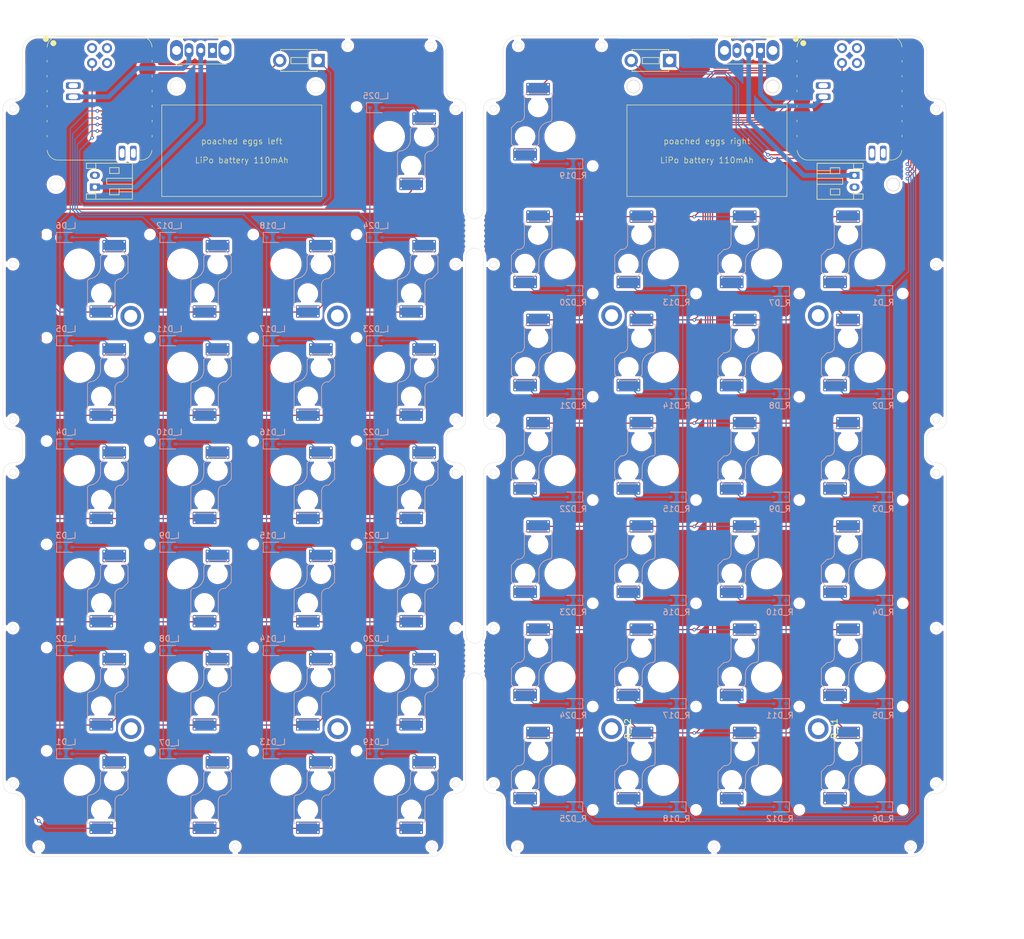
<source format=kicad_pcb>
(kicad_pcb (version 20240108) (generator "pcbnew") (generator_version "8.0")
  (title_block (title "poached_eggs_panelised") (date "2024-09-01"))
  (layers (0 "F.Cu" signal) (31 "B.Cu" signal) (34 "B.Paste" user) (35 "F.Paste" user) (36 "B.SilkS" user "B.Silkscreen") (37 "F.SilkS" user "F.Silkscreen") (38 "B.Mask" user) (39 "F.Mask" user) (44 "Edge.Cuts" user))
  (net 0 "")
  (footprint "SeeedStudio_XIAO_nRF52840_v1.1_KiCAD:XIAO-nRF52840-SMD_via" (layer "F.Cu") (at 35.2204 35.672)
    (property "Reference" "L_U1" (hide yes))
    (property "Value" "XIAO-nRF52840-SMD")
  )
  (footprint "MountingHole:MountingHole_2.2mm_M2_ISO7380_Pad" (layer "F.Cu") (at 121.9 72.45 -90)
    (property "Reference" "R_J4" (hide yes))
    (property "Value" "Conn_01x01")
  )
  (footprint "Button_Switch_THT:SW_Slide_SPDT_Angled_CK_OS102011MA1Q" (layer "F.Cu") (at 54.3 27.5 180)
    (property "Reference" "L_SW_LiPo1" (hide yes))
    (property "Value" "SW_SPDT")
  )
  (footprint "MountingHole:MountingHole_2.2mm_M2_ISO7380_Pad" (layer "F.Cu") (at 75.45 72.5 90)
    (property "Reference" "L_J4" (hide yes))
    (property "Value" "Conn_01x01")
  )
  (footprint "Button_Switch_THT:SW_PUSH_1P1T_6x3.5mm_H4.3_APEM_MJTP1243_3d" (layer "F.Cu") (at 131.72 29.2 180)
    (property "Reference" "R_SW_Reset1" (hide yes))
    (property "Value" "SW_PUSH")
  )
  (footprint "Connectors_JST:JST_PH_S2B-PH-K_02x2.00mm_Angled_3d_wegg" (layer "F.Cu") (at 34.3748 50.66 90)
    (property "Reference" "L_J_LiPo1" (hide yes))
    (property "Value" "Conn_01x02")
  )
  (footprint "MountingHole:MountingHole_2.2mm_M2_ISO7380_Pad" (layer "F.Cu") (at 40.5 142.45 90)
    (property "Reference" "L_J5" (hide yes))
    (property "Value" "Conn_01x01")
  )
  (footprint "MountingHole:MountingHole_2.2mm_M2_ISO7380_Pad" (layer "F.Cu") (at 40.45 72.55 90)
    (property "Reference" "L_J3" (hide yes))
    (property "Value" "Conn_01x01")
  )
  (footprint "MountingHole:MountingHole_2.2mm_M2_ISO7380_Pad" (layer "F.Cu") (at 156.9 72.45 -90)
    (property "Reference" "R_J3" (hide yes))
    (property "Value" "Conn_01x01")
  )
  (footprint "SeeedStudio_XIAO_nRF52840_v1.1_KiCAD:XIAO-nRF52840-SMD_via" (layer "F.Cu") (at 162.25 35.67)
    (property "Reference" "R_U1" (hide yes))
    (property "Value" "XIAO-nRF52840-SMD" (hide yes))
  )
  (footprint "MountingHole:MountingHole_2.2mm_M2_ISO7380_Pad" (layer "F.Cu") (at 121.9 142.45 -90)
    (property "Reference" "R_J2")
    (property "Value" "Conn_01x01")
  )
  (footprint "walking_egg:mouse_bite" (layer "F.Cu") (at 98.7 130.5 -90)
    (property "Reference" "REF**" (hide yes))
    (property "Value" "mouse_bite" (hide yes))
  )
  (footprint "Button_Switch_THT:SW_PUSH_1P1T_6x3.5mm_H4.3_APEM_MJTP1243_3d" (layer "F.Cu") (at 72.18 29.2 180)
    (property "Reference" "L_SW_Reset1" (hide yes))
    (property "Value" "SW_PUSH")
  )
  (footprint "Connectors_JST:JST_PH_S2B-PH-K_02x2.00mm_Angled_3d_wegg" (layer "F.Cu") (at 163.0506 48.675 -90)
    (property "Reference" "R_J_LiPo1" (hide yes))
    (property "Value" "Conn_01x02" (hide yes))
  )
  (footprint "walking_egg:mouse_bite" (layer "F.Cu") (at 98.7 58.5 -90)
    (property "Reference" "REF**" (hide yes))
    (property "Value" "mouse_bite" (hide yes))
  )
  (footprint "MountingHole:MountingHole_2.2mm_M2_ISO7380_Pad" (layer "F.Cu") (at 75.5 142.45 90)
    (property "Reference" "L_J6" (hide yes))
    (property "Value" "Conn_01x01")
  )
  (footprint "Button_Switch_THT:SW_Slide_SPDT_Angled_CK_OS102011MA1Q" (layer "F.Cu") (at 147.125 27.5 180)
    (property "Reference" "R_SW_LiPo1" (hide yes))
    (property "Value" "SW_SPDT")
  )
  (footprint "MountingHole:MountingHole_2.2mm_M2_ISO7380_Pad" (layer "F.Cu") (at 156.9 142.45 -90)
    (property "Reference" "R_J1")
    (property "Value" "Conn_01x01")
  )
  (footprint "kbd_SW:Choc_v2_Hotswap_1u_17.5mm" (layer "B.Cu") (at 148.15 151.2 90)
    (property "Reference" "R_SW12" (hide yes))
    (property "Value" "SW_PUSH" (hide yes))
  )
  (footprint "kbd_SW:Choc_v2_Hotswap_1u_17.5mm" (layer "B.Cu") (at 31.75 116.2 -90)
    (property "Reference" "L_SW3" (hide yes))
    (property "Value" "SW_PUSH" (hide yes))
  )
  (footprint "kbd_SW:Choc_v2_Hotswap_1u_17.5mm" (layer "B.Cu") (at 49.25 151.2 -90)
    (property "Reference" "L_SW7" (hide yes))
    (property "Value" "SW_PUSH" (hide yes))
  )
  (footprint "kbd_SW:Choc_v2_Hotswap_1u_17.5mm" (layer "B.Cu") (at 66.75 151.2 -90)
    (property "Reference" "L_SW13" (hide yes))
    (property "Value" "SW_PUSH" (hide yes))
  )
  (footprint "Diode_SMD:D_SOD-323" (layer "B.Cu") (at 132.9 103.2 180)
    (property "Reference" "R_D15")
    (property "Value" "D")
  )
  (footprint "Diode_SMD:D_SOD-323" (layer "B.Cu") (at 132.9 155.7 180)
    (property "Reference" "R_D18")
    (property "Value" "D")
  )
  (footprint "Diode_SMD:D_SOD-323" (layer "B.Cu") (at 115.4 155.7 180)
    (property "Reference" "R_D25")
    (property "Value" "D")
  )
  (footprint "kbd_SW:Choc_v2_Hotswap_1u_17.5mm" (layer "B.Cu") (at 165.65 98.7 90)
    (property "Reference" "R_SW3" (hide yes))
    (property "Value" "SW_PUSH" (hide yes))
  )
  (footprint "Diode_SMD:D_SOD-323" (layer "B.Cu") (at 82 129.2)
    (property "Reference" "L_D20")
    (property "Value" "D")
  )
  (footprint "Diode_SMD:D_SOD-323" (layer "B.Cu") (at 115.4 103.2 180)
    (property "Reference" "R_D22")
    (property "Value" "D")
  )
  (footprint "kbd_SW:Choc_v2_Hotswap_1u_17.5mm" (layer "B.Cu") (at 113.15 98.7 90)
    (property "Reference" "R_SW22" (hide yes))
    (property "Value" "SW_PUSH" (hide yes))
  )
  (footprint "kbd_SW:Choc_v2_Hotswap_1u_17.5mm" (layer "B.Cu") (at 130.65 116.2 90)
    (property "Reference" "R_SW16" (hide yes))
    (property "Value" "SW_PUSH" (hide yes))
  )
  (footprint "kbd_SW:Choc_v2_Hotswap_1u_17.5mm" (layer "B.Cu") (at 113.15 42.08 90)
    (property "Reference" "R_SW19" (hide yes))
    (property "Value" "SW_PUSH" (hide yes))
  )
  (footprint "Diode_SMD:D_SOD-323" (layer "B.Cu") (at 115.4 68.2 180)
    (property "Reference" "R_D20")
    (property "Value" "D")
  )
  (footprint "Diode_SMD:D_SOD-323" (layer "B.Cu") (at 64.5 76.7)
    (property "Reference" "L_D17")
    (property "Value" "D")
  )
  (footprint "kbd_SW:Choc_v2_Hotswap_1u_17.5mm" (layer "B.Cu") (at 84.25 133.7 -90)
    (property "Reference" "L_SW20" (hide yes))
    (property "Value" "SW_PUSH" (hide yes))
  )
  (footprint "Diode_SMD:D_SOD-323" (layer "B.Cu") (at 82 76.7)
    (property "Reference" "L_D23")
    (property "Value" "D")
  )
  (footprint "Diode_SMD:D_SOD-323" (layer "B.Cu") (at 167.9 155.7 180)
    (property "Reference" "R_D6")
    (property "Value" "D")
  )
  (footprint "Diode_SMD:D_SOD-323" (layer "B.Cu") (at 150.4 155.7 180)
    (property "Reference" "R_D12")
    (property "Value" "D")
  )
  (footprint "kbd_SW:Choc_v2_Hotswap_1u_17.5mm" (layer "B.Cu") (at 113.15 63.7 90)
    (property "Reference" "R_SW20" (hide yes))
    (property "Value" "SW_PUSH" (hide yes))
  )
  (footprint "kbd_SW:Choc_v2_Hotswap_1u_17.5mm" (layer "B.Cu") (at 130.65 151.2 90)
    (property "Reference" "R_SW18" (hide yes))
    (property "Value" "SW_PUSH" (hide yes))
  )
  (footprint "Diode_SMD:D_SOD-323" (layer "B.Cu") (at 64.5 111.7)
    (property "Reference" "L_D15")
    (property "Value" "D")
  )
  (footprint "kbd_SW:Choc_v2_Hotswap_1u_17.5mm" (layer "B.Cu") (at 113.15 81.2 90)
    (property "Reference" "R_SW21" (hide yes))
    (property "Value" "SW_PUSH" (hide yes))
  )
  (footprint "Diode_SMD:D_SOD-323" (layer "B.Cu") (at 82 59.2)
    (property "Reference" "L_D24")
    (property "Value" "D")
  )
  (footprint "kbd_SW:Choc_v2_Hotswap_1u_17.5mm" (layer "B.Cu") (at 66.75 116.2 -90)
    (property "Reference" "L_SW15" (hide yes))
    (property "Value" "SW_PUSH" (hide yes))
  )
  (footprint "kbd_SW:Choc_v2_Hotswap_1u_17.5mm" (layer "B.Cu") (at 84.25 151.2 -90)
    (property "Reference" "L_SW19" (hide yes))
    (property "Value" "SW_PUSH" (hide yes))
  )
  (footprint "Diode_SMD:D_SOD-323" (layer "B.Cu") (at 115.4 46.7 180)
    (property "Reference" "R_D19")
    (property "Value" "D")
  )
  (footprint "Diode_SMD:D_SOD-323" (layer "B.Cu") (at 167.9 85.7 180)
    (property "Reference" "R_D2")
    (property "Value" "D")
  )
  (footprint "kbd_SW:Choc_v2_Hotswap_1u_17.5mm" (layer "B.Cu") (at 31.75 151.2 -90)
    (property "Reference" "L_SW1" (hide yes))
    (property "Value" "SW_PUSH" (hide yes))
  )
  (footprint "Diode_SMD:D_SOD-323" (layer "B.Cu") (at 167.9 103.2 180)
    (property "Reference" "R_D3")
    (property "Value" "D")
  )
  (footprint "kbd_SW:Choc_v2_Hotswap_1u_17.5mm" (layer "B.Cu") (at 148.15 116.2 90)
    (property "Reference" "R_SW10" (hide yes))
    (property "Value" "SW_PUSH" (hide yes))
  )
  (footprint "Diode_SMD:D_SOD-323" (layer "B.Cu") (at 150.4 103.2 180)
    (property "Reference" "R_D9")
    (property "Value" "D")
  )
  (footprint "Diode_SMD:D_SOD-323" (layer "B.Cu") (at 82 146.7)
    (property "Reference" "L_D19")
    (property "Value" "D")
  )
  (footprint "Diode_SMD:D_SOD-323" (layer "B.Cu") (at 150.4 138.2 180)
    (property "Reference" "R_D11")
    (property "Value" "D")
  )
  (footprint "kbd_SW:Choc_v2_Hotswap_1u_17.5mm" (layer "B.Cu") (at 130.65 63.7 90)
    (property "Reference" "R_SW13" (hide yes))
    (property "Value" "SW_PUSH" (hide yes))
  )
  (footprint "Diode_SMD:D_SOD-323" (layer "B.Cu") (at 82 37.2)
    (property "Reference" "L_D25")
    (property "Value" "D")
  )
  (footprint "kbd_SW:Choc_v2_Hotswap_1u_17.5mm" (layer "B.Cu") (at 165.65 63.7 90)
    (property "Reference" "R_SW1" (hide yes))
    (property "Value" "SW_PUSH" (hide yes))
  )
  (footprint "Diode_SMD:D_SOD-323" (layer "B.Cu") (at 47 146.7)
    (property "Reference" "L_D7")
    (property "Value" "D")
  )
  (footprint "Diode_SMD:D_SOD-323" (layer "B.Cu") (at 64.5 146.7)
    (property "Reference" "L_D13")
    (property "Value" "D")
  )
  (footprint "Diode_SMD:D_SOD-323" (layer "B.Cu") (at 47 94.2)
    (property "Reference" "L_D10")
    (property "Value" "D")
  )
  (footprint "Diode_SMD:D_SOD-323" (layer "B.Cu") (at 29.5 111.7)
    (property "Reference" "L_D3")
    (property "Value" "D")
  )
  (footprint "kbd_SW:Choc_v2_Hotswap_1u_17.5mm" (layer "B.Cu") (at 130.65 81.2 90)
    (property "Reference" "R_SW14" (hide yes))
    (property "Value" "SW_PUSH" (hide yes))
  )
  (footprint "Diode_SMD:D_SOD-323" (layer "B.Cu") (at 82 94.2)
    (property "Reference" "L_D22")
    (property "Value" "D")
  )
  (footprint "Diode_SMD:D_SOD-323" (layer "B.Cu") (at 132.9 68.2 180)
    (property "Reference" "R_D13")
    (property "Value" "D")
  )
  (footprint "kbd_SW:Choc_v2_Hotswap_1u_17.5mm" (layer "B.Cu") (at 148.15 63.7 90)
    (property "Reference" "R_SW7" (hide yes))
    (property "Value" "SW_PUSH" (hide yes))
  )
  (footprint "kbd_SW:Choc_v2_Hotswap_1u_17.5mm" (layer "B.Cu") (at 84.25 63.7 -90)
    (property "Reference" "L_SW24" (hide yes))
    (property "Value" "SW_PUSH" (hide yes))
  )
  (footprint "kbd_SW:Choc_v2_Hotswap_1u_17.5mm" (layer "B.Cu") (at 113.15 151.2 90)
    (property "Reference" "R_SW25" (hide yes))
    (property "Value" "SW_PUSH" (hide yes))
  )
  (footprint "Diode_SMD:D_SOD-323" (layer "B.Cu") (at 132.9 120.7 180)
    (property "Reference" "R_D16")
    (property "Value" "D")
  )
  (footprint "Diode_SMD:D_SOD-323" (layer "B.Cu") (at 150.4 85.7 180)
    (property "Reference" "R_D8")
    (property "Value" "D")
  )
  (footprint "kbd_SW:Choc_v2_Hotswap_1u_17.5mm" (layer "B.Cu") (at 49.25 81.2 -90)
    (property "Reference" "L_SW11" (hide yes))
    (property "Value" "SW_PUSH" (hide yes))
  )
  (footprint "kbd_SW:Choc_v2_Hotswap_1u_17.5mm" (layer "B.Cu") (at 148.15 98.7 90)
    (property "Reference" "R_SW9" (hide yes))
    (property "Value" "SW_PUSH" (hide yes))
  )
  (footprint "kbd_SW:Choc_v2_Hotswap_1u_17.5mm" (layer "B.Cu") (at 148.15 133.7 90)
    (property "Reference" "R_SW11" (hide yes))
    (property "Value" "SW_PUSH" (hide yes))
  )
  (footprint "Diode_SMD:D_SOD-323" (layer "B.Cu") (at 167.9 68.2 180)
    (property "Reference" "R_D1")
    (property "Value" "D")
  )
  (footprint "kbd_SW:Choc_v2_Hotswap_1u_17.5mm" (layer "B.Cu") (at 84.25 98.7 -90)
    (property "Reference" "L_SW22" (hide yes))
    (property "Value" "SW_PUSH" (hide yes))
  )
  (footprint "Diode_SMD:D_SOD-323" (layer "B.Cu") (at 132.9 138.2 180)
    (property "Reference" "R_D17")
    (property "Value" "D")
  )
  (footprint "Diode_SMD:D_SOD-323" (layer "B.Cu") (at 150.4 68.3 180)
    (property "Reference" "R_D7")
    (property "Value" "D")
  )
  (footprint "Diode_SMD:D_SOD-323" (layer "B.Cu") (at 29.5 146.7)
    (property "Reference" "L_D1")
    (property "Value" "D")
  )
  (footprint "Diode_SMD:D_SOD-323" (layer "B.Cu") (at 64.5 59.2)
    (property "Reference" "L_D18")
    (property "Value" "D")
  )
  (footprint "kbd_SW:Choc_v2_Hotswap_1u_17.5mm" (layer "B.Cu") (at 66.75 98.7 -90)
    (property "Reference" "L_SW16" (hide yes))
    (property "Value" "SW_PUSH" (hide yes))
  )
  (footprint "kbd_SW:Choc_v2_Hotswap_1u_17.5mm" (layer "B.Cu") (at 66.75 63.7 -90)
    (property "Reference" "L_SW18" (hide yes))
    (property "Value" "SW_PUSH" (hide yes))
  )
  (footprint "Diode_SMD:D_SOD-323" (layer "B.Cu") (at 29.5 129.2)
    (property "Reference" "L_D2")
    (property "Value" "D")
  )
  (footprint "Diode_SMD:D_SOD-323" (layer "B.Cu") (at 167.9 120.7 180)
    (property "Reference" "R_D4")
    (property "Value" "D")
  )
  (footprint "Diode_SMD:D_SOD-323" (layer "B.Cu") (at 64.5 94.2)
    (property "Reference" "L_D16")
    (property "Value" "D")
  )
  (footprint "Diode_SMD:D_SOD-323" (layer "B.Cu") (at 47 59.2)
    (property "Reference" "L_D12")
    (property "Value" "D")
  )
  (footprint "Diode_SMD:D_SOD-323" (layer "B.Cu") (at 29.5 59.2)
    (property "Reference" "L_D6")
    (property "Value" "D")
  )
  (footprint "kbd_SW:Choc_v2_Hotswap_1u_17.5mm" (layer "B.Cu") (at 130.65 98.7 90)
    (property "Reference" "R_SW15" (hide yes))
    (property "Value" "SW_PUSH" (hide yes))
  )
  (footprint "kbd_SW:Choc_v2_Hotswap_1u_17.5mm" (layer "B.Cu") (at 113.15 133.7 90)
    (property "Reference" "R_SW24" (hide yes))
    (property "Value" "SW_PUSH" (hide yes))
  )
  (footprint "kbd_SW:Choc_v2_Hotswap_1u_17.5mm" (layer "B.Cu") (at 84.25 81.2 -90)
    (property "Reference" "L_SW23" (hide yes))
    (property "Value" "SW_PUSH" (hide yes))
  )
  (footprint "kbd_SW:Choc_v2_Hotswap_1u_17.5mm" (layer "B.Cu") (at 84.25 116.2 -90)
    (property "Reference" "L_SW21" (hide yes))
    (property "Value" "SW_PUSH" (hide yes))
  )
  (footprint "kbd_SW:Choc_v2_Hotswap_1u_17.5mm" (layer "B.Cu") (at 84.25 42.08 -90)
    (property "Reference" "L_SW25" (hide yes))
    (property "Value" "SW_PUSH" (hide yes))
  )
  (footprint "kbd_SW:Choc_v2_Hotswap_1u_17.5mm" (layer "B.Cu") (at 165.65 133.7 90)
    (property "Reference" "R_SW5" (hide yes))
    (property "Value" "SW_PUSH" (hide yes))
  )
  (footprint "Diode_SMD:D_SOD-323" (layer "B.Cu") (at 47 76.7)
    (property "Reference" "L_D11")
    (property "Value" "D")
  )
  (footprint "kbd_SW:Choc_v2_Hotswap_1u_17.5mm" (layer "B.Cu") (at 165.65 81.2 90)
    (property "Reference" "R_SW2" (hide yes))
    (property "Value" "SW_PUSH" (hide yes))
  )
  (footprint "Diode_SMD:D_SOD-323" (layer "B.Cu") (at 150.4 120.7 180)
    (property "Reference" "R_D10")
    (property "Value" "D")
  )
  (footprint "kbd_SW:Choc_v2_Hotswap_1u_17.5mm" (layer "B.Cu") (at 165.65 116.2 90)
    (property "Reference" "R_SW4" (hide yes))
    (property "Value" "SW_PUSH" (hide yes))
  )
  (footprint "Diode_SMD:D_SOD-323" (layer "B.Cu") (at 115.4 138.2 180)
    (property "Reference" "R_D24")
    (property "Value" "D")
  )
  (footprint "Diode_SMD:D_SOD-323" (layer "B.Cu") (at 167.9 138.2 180)
    (property "Reference" "R_D5")
    (property "Value" "D")
  )
  (footprint "Diode_SMD:D_SOD-323" (layer "B.Cu") (at 115.4 85.7 180)
    (property "Reference" "R_D21")
    (property "Value" "D")
  )
  (footprint "kbd_SW:Choc_v2_Hotswap_1u_17.5mm" (layer "B.Cu") (at 49.25 63.7 -90)
    (property "Reference" "L_SW12" (hide yes))
    (property "Value" "SW_PUSH" (hide yes))
  )
  (footprint "kbd_SW:Choc_v2_Hotswap_1u_17.5mm" (layer "B.Cu") (at 130.65 133.7 90)
    (property "Reference" "R_SW17" (hide yes))
    (property "Value" "SW_PUSH" (hide yes))
  )
  (footprint "Diode_SMD:D_SOD-323" (layer "B.Cu") (at 47 129.2)
    (property "Reference" "L_D8")
    (property "Value" "D")
  )
  (footprint "Diode_SMD:D_SOD-323" (layer "B.Cu") (at 132.9 85.7 180)
    (property "Reference" "R_D14")
    (property "Value" "D")
  )
  (footprint "kbd_SW:Choc_v2_Hotswap_1u_17.5mm" (layer "B.Cu") (at 49.25 116.2 -90)
    (property "Reference" "L_SW9" (hide yes))
    (property "Value" "SW_PUSH" (hide yes))
  )
  (footprint "kbd_SW:Choc_v2_Hotswap_1u_17.5mm" (layer "B.Cu") (at 66.75 133.7 -90)
    (property "Reference" "L_SW14" (hide yes))
    (property "Value" "SW_PUSH" (hide yes))
  )
  (footprint "kbd_SW:Choc_v2_Hotswap_1u_17.5mm" (layer "B.Cu") (at 165.65 151.2 90)
    (property "Reference" "R_SW6" (hide yes))
    (property "Value" "SW_PUSH" (hide yes))
  )
  (footprint "kbd_SW:Choc_v2_Hotswap_1u_17.5mm" (layer "B.Cu") (at 49.25 98.7 -90)
    (property "Reference" "L_SW10" (hide yes))
    (property "Value" "SW_PUSH" (hide yes))
  )
  (footprint "Diode_SMD:D_SOD-323" (layer "B.Cu") (at 115.4 120.7 180)
    (property "Reference" "R_D23")
    (property "Value" "D")
  )
  (footprint "kbd_SW:Choc_v2_Hotswap_1u_17.5mm" (layer "B.Cu") (at 31.75 81.2 -90)
    (property "Reference" "L_SW5" (hide yes))
    (property "Value" "SW_PUSH" (hide yes))
  )
  (footprint "Diode_SMD:D_SOD-323" (layer "B.Cu") (at 47 111.7)
    (property "Reference" "L_D9")
    (property "Value" "D")
  )
  (footprint "kbd_SW:Choc_v2_Hotswap_1u_17.5mm" (layer "B.Cu") (at 148.15 81.2 90)
    (property "Reference" "R_SW8" (hide yes))
    (property "Value" "SW_PUSH" (hide yes))
  )
  (footprint "Diode_SMD:D_SOD-323" (layer "B.Cu") (at 29.5 94.2)
    (property "Reference" "L_D4")
    (property "Value" "D")
  )
  (footprint "kbd_SW:Choc_v2_Hotswap_1u_17.5mm" (layer "B.Cu") (at 49.25 133.7 -90)
    (property "Reference" "L_SW8" (hide yes))
    (property "Value" "SW_PUSH" (hide yes))
  )
  (footprint "kbd_SW:Choc_v2_Hotswap_1u_17.5mm" (layer "B.Cu") (at 31.75 98.7 -90)
    (property "Reference" "L_SW4" (hide yes))
    (property "Value" "SW_PUSH" (hide yes))
  )
  (footprint "kbd_SW:Choc_v2_Hotswap_1u_17.5mm" (layer "B.Cu") (at 66.75 81.2 -90)
    (property "Reference" "L_SW17" (hide yes))
    (property "Value" "SW_PUSH" (hide yes))
  )
  (footprint "kbd_SW:Choc_v2_Hotswap_1u_17.5mm" (layer "B.Cu") (at 113.15 116.2 90)
    (property "Reference" "R_SW23" (hide yes))
    (property "Value" "SW_PUSH" (hide yes))
  )
  (footprint "kbd_SW:Choc_v2_Hotswap_1u_17.5mm" (layer "B.Cu") (at 31.75 63.7 -90)
    (property "Reference" "L_SW6" (hide yes))
    (property "Value" "SW_PUSH" (hide yes))
  )
  (footprint "Diode_SMD:D_SOD-323" (layer "B.Cu") (at 82 111.7)
    (property "Reference" "L_D21")
    (property "Value" "D")
  )
  (footprint "kbd_SW:Choc_v2_Hotswap_1u_17.5mm" (layer "B.Cu") (at 31.75 133.7 -90)
    (property "Reference" "L_SW2" (hide yes))
    (property "Value" "SW_PUSH" (hide yes))
  )
  (footprint "Diode_SMD:D_SOD-323" (layer "B.Cu") (at 64.5 129.2)
    (property "Reference" "L_D14")
    (property "Value" "D")
  )
  (footprint "Diode_SMD:D_SOD-323" (layer "B.Cu") (at 29.5 76.7)
    (property "Reference" "L_D5")
    (property "Value" "D")
  )
  (gr_line (start 72.8 52.25) (end 45.7 52.25) (stroke (width 0.1)) (layer "F.SilkS"))
  (gr_line (start 124.4996 36.7442) (end 151.5996 36.7442) (stroke (width 0.1)) (layer "F.SilkS"))
  (gr_line (start 124.4996 52.2442) (end 124.4996 36.7442) (stroke (width 0.1)) (layer "F.SilkS"))
  (gr_line (start 45.7 52.25) (end 45.7 36.75) (stroke (width 0.1)) (layer "F.SilkS"))
  (gr_line (start 72.8 36.75) (end 72.8 52.25) (stroke (width 0.1)) (layer "F.SilkS"))
  (gr_line (start 151.5996 52.2442) (end 124.4996 52.2442) (stroke (width 0.1)) (layer "F.SilkS"))
  (gr_line (start 151.5996 36.7442) (end 151.5996 52.2442) (stroke (width 0.1)) (layer "F.SilkS"))
  (gr_line (start 45.7 36.75) (end 72.8 36.75) (stroke (width 0.1)) (layer "F.SilkS"))
  (gr_circle (center 20.5 37.39) (end 20.5 37.99) (stroke (width 0.05)) (fill none) (layer "Edge.Cuts"))
  (gr_line (start 20.8 153.45) (end 20.5 153.45) (stroke (width 0.05)) (layer "Edge.Cuts"))
  (gr_circle (center 95.5 63.7275) (end 95.5 64.3275) (stroke (width 0.05)) (fill none) (layer "Edge.Cuts"))
  (gr_arc (start 95.2 35.7) (mid 94.280761 35.319239) (end 93.9 34.4) (stroke (width 0.05)) (layer "Edge.Cuts"))
  (gr_line (start 100.2 99.075) (end 100.2 126.5) (stroke (width 0.05)) (layer "Edge.Cuts"))
  (gr_circle (center 20.5 90.065) (end 20.5 90.665) (stroke (width 0.05)) (fill none) (layer "Edge.Cuts"))
  (gr_circle (center 101.9 37.4) (end 101.9 38) (stroke (width 0.05)) (fill none) (layer "Edge.Cuts"))
  (gr_arc (start 102.2 153.45) (mid 103.119239 153.830761) (end 103.5 154.75) (stroke (width 0.05)) (layer "Edge.Cuts"))
  (gr_circle (center 176.9 63.7375) (end 176.9 64.3375) (stroke (width 0.05)) (fill none) (layer "Edge.Cuts"))
  (gr_arc (start 22.1 27.6) (mid 22.861522 25.761522) (end 24.7 25) (stroke (width 0.05)) (layer "Edge.Cuts"))
  (gr_line (start 100.2 134.5) (end 100.2 151.75) (stroke (width 0.05)) (layer "Edge.Cuts"))
  (gr_circle (center 101.9 125.4125) (end 101.9 126.0125) (stroke (width 0.05)) (fill none) (layer "Edge.Cuts"))
  (gr_arc (start 175.3 93.075) (mid 175.680761 92.155761) (end 176.6 91.775) (stroke (width 0.05)) (layer "Edge.Cuts"))
  (gr_circle (center 20.5 99.065) (end 20.5 99.665) (stroke (width 0.05)) (fill none) (layer "Edge.Cuts"))
  (gr_arc (start 22.1 96.075) (mid 21.719239 96.994239) (end 20.8 97.375) (stroke (width 0.05)) (layer "Edge.Cuts"))
  (gr_line (start 101.9 153.45) (end 102.2 153.45) (stroke (width 0.05)) (layer "Edge.Cuts"))
  (gr_arc (start 106.1 164.15) (mid 104.261522 163.388478) (end 103.5 161.55) (stroke (width 0.05)) (layer "Edge.Cuts"))
  (gr_line (start 100.2 62.5) (end 100.2 90.075) (stroke (width 0.05)) (layer "Edge.Cuts"))
  (gr_circle (center 71.8 33.6) (end 71.8 32.5) (stroke (width 0.05)) (fill none) (layer "Edge.Cuts"))
  (gr_arc (start 93.9 161.55) (mid 93.138478 163.388478) (end 91.3 164.15) (stroke (width 0.05)) (layer "Edge.Cuts"))
  (gr_circle (center 27.79 50.23) (end 27.79 49.13) (stroke (width 0.05)) (fill none) (layer "Edge.Cuts"))
  (gr_line (start 20.8 91.775) (end 20.5 91.775) (stroke (width 0.05)) (layer "Edge.Cuts"))
  (gr_arc (start 102.2 91.775) (mid 103.119239 92.155761) (end 103.5 93.075) (stroke (width 0.05)) (layer "Edge.Cuts"))
  (gr_arc (start 176.6 35.7) (mid 175.680761 35.319239) (end 175.3 34.4) (stroke (width 0.05)) (layer "Edge.Cuts"))
  (gr_arc (start 101.9 153.45) (mid 100.697918 152.952082) (end 100.2 151.75) (stroke (width 0.05)) (layer "Edge.Cuts"))
  (gr_line (start 22.1 96.075) (end 22.1 93.075) (stroke (width 0.05)) (layer "Edge.Cuts"))
  (gr_circle (center 24.85 162.44) (end 24.85 163.04) (stroke (width 0.05)) (fill none) (layer "Edge.Cuts"))
  (gr_line (start 95.2 97.375) (end 95.5 97.375) (stroke (width 0.05)) (layer "Edge.Cuts"))
  (gr_line (start 176.6 91.775) (end 176.9 91.775) (stroke (width 0.05)) (layer "Edge.Cuts"))
  (gr_line (start 20.5 97.375) (end 20.8 97.375) (stroke (width 0.05)) (layer "Edge.Cuts"))
  (gr_circle (center 95.5 99.065) (end 95.5 99.665) (stroke (width 0.05)) (fill none) (layer "Edge.Cuts"))
  (gr_arc (start 97.2 62.5) (mid 98.7 61) (end 100.2 62.5) (stroke (width 0.05)) (layer "Edge.Cuts"))
  (gr_circle (center 139.25 162.45) (end 139.25 163.05) (stroke (width 0.05)) (fill none) (layer "Edge.Cuts"))
  (gr_arc (start 93.9 93.075) (mid 94.280761 92.155761) (end 95.2 91.775) (stroke (width 0.05)) (layer "Edge.Cuts"))
  (gr_line (start 97.2 134.5) (end 97.2 151.75) (stroke (width 0.05)) (layer "Edge.Cuts"))
  (gr_line (start 106.1 164.15) (end 172.7 164.15) (stroke (width 0.05)) (layer "Edge.Cuts"))
  (gr_line (start 22.1 34.4) (end 22.1 27.6) (stroke (width 0.05)) (layer "Edge.Cuts"))
  (gr_arc (start 176.9 97.375) (mid 178.102082 97.872918) (end 178.6 99.075) (stroke (width 0.05)) (layer "Edge.Cuts"))
  (gr_circle (center 95.5 90.065) (end 95.5 90.665) (stroke (width 0.05)) (fill none) (layer "Edge.Cuts"))
  (gr_circle (center 91.45 162.44) (end 91.45 163.04) (stroke (width 0.05)) (fill none) (layer "Edge.Cuts"))
  (gr_line (start 178.6 151.75) (end 178.6 99.075) (stroke (width 0.05)) (layer "Edge.Cuts"))
  (gr_arc (start 100.2 54.5) (mid 98.7 56) (end 97.2 54.5) (stroke (width 0.05)) (layer "Edge.Cuts"))
  (gr_circle (center 169.61 50.23) (end 169.61 51.33) (stroke (width 0.1)) (fill none) (layer "Edge.Cuts"))
  (gr_line (start 175.3 96.075) (end 175.3 93.075) (stroke (width 0.05)) (layer "Edge.Cuts"))
  (gr_arc (start 178.6 151.75) (mid 178.102082 152.952082) (end 176.9 153.45) (stroke (width 0.05)) (layer "Edge.Cuts"))
  (gr_circle (center 58.15 162.44) (end 58.15 163.04) (stroke (width 0.05)) (fill none) (layer "Edge.Cuts"))
  (gr_arc (start 176.6 97.375) (mid 175.680761 96.994239) (end 175.3 96.075) (stroke (width 0.05)) (layer "Edge.Cuts"))
  (gr_line (start 93.9 93.075) (end 93.9 96.075) (stroke (width 0.05)) (layer "Edge.Cuts"))
  (gr_line (start 176.6 153.45) (end 176.9 153.45) (stroke (width 0.05)) (layer "Edge.Cuts"))
  (gr_circle (center 20.5 125.4025) (end 20.5 126.0025) (stroke (width 0.05)) (fill none) (layer "Edge.Cuts"))
  (gr_arc (start 20.5 153.45) (mid 19.297918 152.952082) (end 18.8 151.75) (stroke (width 0.05)) (layer "Edge.Cuts"))
  (gr_arc (start 175.3 161.55) (mid 174.538478 163.388478) (end 172.7 164.15) (stroke (width 0.05)) (layer "Edge.Cuts"))
  (gr_arc (start 97.2 134.5) (mid 98.7 133) (end 100.2 134.5) (stroke (width 0.05)) (layer "Edge.Cuts"))
  (gr_line (start 97.2 37.4) (end 97.2 54.5) (stroke (width 0.05)) (layer "Edge.Cuts"))
  (gr_circle (center 176.9 151.75) (end 176.9 152.35) (stroke (width 0.05)) (fill none) (layer "Edge.Cuts"))
  (gr_line (start 93.9 27.6) (end 93.9 34.4) (stroke (width 0.05)) (layer "Edge.Cuts"))
  (gr_circle (center 149.2 33.6) (end 149.2 34.7) (stroke (width 0.1)) (fill none) (layer "Edge.Cuts"))
  (gr_line (start 178.6 90.075) (end 178.6 37.4) (stroke (width 0.05)) (layer "Edge.Cuts"))
  (gr_arc (start 172.7 25) (mid 174.538478 25.761522) (end 175.3 27.6) (stroke (width 0.05)) (layer "Edge.Cuts"))
  (gr_circle (center 125.6 33.6) (end 125.6 34.7) (stroke (width 0.1)) (fill none) (layer "Edge.Cuts"))
  (gr_line (start 93.9 154.75) (end 93.9 161.55) (stroke (width 0.05)) (layer "Edge.Cuts"))
  (gr_arc (start 103.5 96.075) (mid 103.119239 96.994239) (end 102.2 97.375) (stroke (width 0.05)) (layer "Edge.Cuts"))
  (gr_line (start 18.8 90.075) (end 18.8 37.4) (stroke (width 0.05)) (layer "Edge.Cuts"))
  (gr_circle (center 95.5 125.4025) (end 95.5 126.0025) (stroke (width 0.05)) (fill none) (layer "Edge.Cuts"))
  (gr_arc (start 176.9 35.7) (mid 178.102082 36.197918) (end 178.6 37.4) (stroke (width 0.05)) (layer "Edge.Cuts"))
  (gr_arc (start 100.2 99.075) (mid 100.697918 97.872918) (end 101.9 97.375) (stroke (width 0.05)) (layer "Edge.Cuts"))
  (gr_circle (center 172.55 162.45) (end 172.55 163.05) (stroke (width 0.05)) (fill none) (layer "Edge.Cuts"))
  (gr_arc (start 95.5 97.375) (mid 96.702082 97.872918) (end 97.2 99.075) (stroke (width 0.05)) (layer "Edge.Cuts"))
  (gr_circle (center 77.2 26.69) (end 77.2 27.29) (stroke (width 0.05)) (fill none) (layer "Edge.Cuts"))
  (gr_line (start 175.3 161.55) (end 175.3 154.75) (stroke (width 0.05)) (layer "Edge.Cuts"))
  (gr_arc (start 100.2 126.5) (mid 98.7 128) (end 97.2 126.5) (stroke (width 0.05)) (layer "Edge.Cuts"))
  (gr_arc (start 24.7 164.15) (mid 22.861522 163.388478) (end 22.1 161.55) (stroke (width 0.05)) (layer "Edge.Cuts"))
  (gr_line (start 95.2 35.7) (end 95.5 35.7) (stroke (width 0.05)) (layer "Edge.Cuts"))
  (gr_arc (start 22.1 34.4) (mid 21.719239 35.319239) (end 20.8 35.7) (stroke (width 0.05)) (layer "Edge.Cuts"))
  (gr_line (start 24.7 25) (end 91.3 25) (stroke (width 0.05)) (layer "Edge.Cuts"))
  (gr_circle (center 176.9 125.4125) (end 176.9 126.0125) (stroke (width 0.05)) (fill none) (layer "Edge.Cuts"))
  (gr_arc (start 93.9 154.75) (mid 94.280761 153.830761) (end 95.2 153.45) (stroke (width 0.05)) (layer "Edge.Cuts"))
  (gr_line (start 102.2 35.7) (end 101.9 35.7) (stroke (width 0.05)) (layer "Edge.Cuts"))
  (gr_arc (start 103.5 34.4) (mid 103.119239 35.319239) (end 102.2 35.7) (stroke (width 0.05)) (layer "Edge.Cuts"))
  (gr_arc (start 91.3 25) (mid 93.138478 25.761522) (end 93.9 27.6) (stroke (width 0.05)) (layer "Edge.Cuts"))
  (gr_arc (start 100.2 37.4) (mid 100.697918 36.197918) (end 101.9 35.7) (stroke (width 0.05)) (layer "Edge.Cuts"))
  (gr_circle (center 101.9 63.7375) (end 101.9 64.3375) (stroke (width 0.05)) (fill none) (layer "Edge.Cuts"))
  (gr_line (start 22.1 161.55) (end 22.1 154.75) (stroke (width 0.05)) (layer "Edge.Cuts"))
  (gr_circle (center 48.2 33.6) (end 48.2 32.5) (stroke (width 0.05)) (fill none) (layer "Edge.Cuts"))
  (gr_line (start 172.7 25) (end 106.1 25) (stroke (width 0.05)) (layer "Edge.Cuts"))
  (gr_arc (start 20.5 91.775) (mid 19.297918 91.277082) (end 18.8 90.075) (stroke (width 0.05)) (layer "Edge.Cuts"))
  (gr_arc (start 175.3 154.75) (mid 175.680761 153.830761) (end 176.6 153.45) (stroke (width 0.05)) (layer "Edge.Cuts"))
  (gr_line (start 176.9 35.7) (end 176.6 35.7) (stroke (width 0.05)) (layer "Edge.Cuts"))
  (gr_circle (center 95.5 37.39) (end 95.5 37.99) (stroke (width 0.05)) (fill none) (layer "Edge.Cuts"))
  (gr_circle (center 101.9 151.75) (end 101.9 152.35) (stroke (width 0.05)) (fill none) (layer "Edge.Cuts"))
  (gr_arc (start 97.2 151.75) (mid 96.702082 152.952082) (end 95.5 153.45) (stroke (width 0.05)) (layer "Edge.Cuts"))
  (gr_line (start 95.5 153.45) (end 95.2 153.45) (stroke (width 0.05)) (layer "Edge.Cuts"))
  (gr_arc (start 20.8 91.775) (mid 21.719239 92.155761) (end 22.1 93.075) (stroke (width 0.05)) (layer "Edge.Cuts"))
  (gr_circle (center 176.9 37.4) (end 176.9 38) (stroke (width 0.05)) (fill none) (layer "Edge.Cuts"))
  (gr_line (start 176.9 97.375) (end 176.6 97.375) (stroke (width 0.05)) (layer "Edge.Cuts"))
  (gr_line (start 175.3 34.4) (end 175.3 27.6) (stroke (width 0.05)) (layer "Edge.Cuts"))
  (gr_circle (center 176.9 90.075) (end 176.9 90.675) (stroke (width 0.05)) (fill none) (layer "Edge.Cuts"))
  (gr_circle (center 101.9 90.075) (end 101.9 90.675) (stroke (width 0.05)) (fill none) (layer "Edge.Cuts"))
  (gr_line (start 103.5 27.6) (end 103.5 34.4) (stroke (width 0.05)) (layer "Edge.Cuts"))
  (gr_arc (start 95.5 35.7) (mid 96.702082 36.197918) (end 97.2 37.4) (stroke (width 0.05)) (layer "Edge.Cuts"))
  (gr_circle (center 120.2 26.7) (end 120.2 27.3) (stroke (width 0.05)) (fill none) (layer "Edge.Cuts"))
  (gr_circle (center 20.5 63.7275) (end 20.5 64.3275) (stroke (width 0.05)) (fill none) (layer "Edge.Cuts"))
  (gr_line (start 103.5 93.075) (end 103.5 96.075) (stroke (width 0.05)) (layer "Edge.Cuts"))
  (gr_arc (start 18.8 99.075) (mid 19.297918 97.872918) (end 20.5 97.375) (stroke (width 0.05)) (layer "Edge.Cuts"))
  (gr_circle (center 105.95 162.45) (end 105.95 163.05) (stroke (width 0.05)) (fill none) (layer "Edge.Cuts"))
  (gr_arc (start 95.2 97.375) (mid 94.280761 96.994239) (end 93.9 96.075) (stroke (width 0.05)) (layer "Edge.Cuts"))
  (gr_arc (start 97.2 90.075) (mid 96.702082 91.277082) (end 95.5 91.775) (stroke (width 0.05)) (layer "Edge.Cuts"))
  (gr_circle (center 20.5 151.74) (end 20.5 152.34) (stroke (width 0.05)) (fill none) (layer "Edge.Cuts"))
  (gr_circle (center 95.5 151.74) (end 95.5 152.34) (stroke (width 0.05)) (fill none) (layer "Edge.Cuts"))
  (gr_arc (start 20.8 153.45) (mid 21.719239 153.830761) (end 22.1 154.75) (stroke (width 0.05)) (layer "Edge.Cuts"))
  (gr_circle (center 91.3 26.69) (end 91.3 27.29) (stroke (width 0.05)) (fill none) (layer "Edge.Cuts"))
  (gr_arc (start 103.5 27.6) (mid 104.261522 25.761522) (end 106.1 25) (stroke (width 0.05)) (layer "Edge.Cuts"))
  (gr_arc (start 178.6 90.075) (mid 178.102082 91.277082) (end 176.9 91.775) (stroke (width 0.05)) (layer "Edge.Cuts"))
  (gr_line (start 20.5 35.7) (end 20.8 35.7) (stroke (width 0.05)) (layer "Edge.Cuts"))
  (gr_line (start 91.3 164.15) (end 24.7 164.15) (stroke (width 0.05)) (layer "Edge.Cuts"))
  (gr_line (start 18.8 151.75) (end 18.8 99.075) (stroke (width 0.05)) (layer "Edge.Cuts"))
  (gr_circle (center 101.9 99.075) (end 101.9 99.675) (stroke (width 0.05)) (fill none) (layer "Edge.Cuts"))
  (gr_line (start 101.9 91.775) (end 102.2 91.775) (stroke (width 0.05)) (layer "Edge.Cuts"))
  (gr_arc (start 18.8 37.4) (mid 19.297918 36.197918) (end 20.5 35.7) (stroke (width 0.05)) (layer "Edge.Cuts"))
  (gr_circle (center 176.9 99.075) (end 176.9 99.675) (stroke (width 0.05)) (fill none) (layer "Edge.Cuts"))
  (gr_line (start 95.5 91.775) (end 95.2 91.775) (stroke (width 0.05)) (layer "Edge.Cuts"))
  (gr_line (start 100.2 37.4) (end 100.2 54.5) (stroke (width 0.05)) (layer "Edge.Cuts"))
  (gr_arc (start 101.9 91.775) (mid 100.697918 91.277082) (end 100.2 90.075) (stroke (width 0.05)) (layer "Edge.Cuts"))
  (gr_circle (center 106.1 26.7) (end 106.1 27.3) (stroke (width 0.05)) (fill none) (layer "Edge.Cuts"))
  (gr_line (start 97.2 62.5) (end 97.2 90.075) (stroke (width 0.05)) (layer "Edge.Cuts"))
  (gr_line (start 103.5 154.75) (end 103.5 161.55) (stroke (width 0.05)) (layer "Edge.Cuts"))
  (gr_line (start 102.2 97.375) (end 101.9 97.375) (stroke (width 0.05)) (layer "Edge.Cuts"))
  (gr_line (start 97.2 99.075) (end 97.2 126.5) (stroke (width 0.05)) (layer "Edge.Cuts"))
  (gr_text "poached eggs left\n\nLiPo battery 110mAh" (at 59.25 44.5 0) (layer "F.SilkS") (effects (font (size 1 1) (thickness 0.1))))
  (gr_text "poached eggs right\n\nLiPo battery 110mAh" (at 138.0496 44.4942 0) (layer "F.SilkS") (effects (font (size 1 1) (thickness 0.1))))
  (segment (start 24.85 53.997058) (end 24.1 53.247058) (width 0.2) (layer "F.Cu") (net 0))
  (segment (start 137.8 88.7625) (end 137.8 40.284314) (width 0.2) (layer "F.Cu") (net 0))
  (segment (start 152.55 40.75) (end 154.14 40.75) (width 0.2) (layer "F.Cu") (net 0))
  (segment (start 160.445 45.185) (end 160.925 44.705) (width 0.2) (layer "F.Cu") (net 0))
  (segment (start 34.8 41.15) (end 40.5 41.15) (width 0.2) (layer "F.Cu") (net 0))
  (segment (start 126.9375 108.15) (end 126.95 108.1625) (width 0.2) (layer "F.Cu") (net 0))
  (segment (start 34.8 37.75) (end 40.4 37.75) (width 0.2) (layer "F.Cu") (net 0))
  (segment (start 137.8 40.284314) (end 139.184314 38.9) (width 0.2) (layer "F.Cu") (net 0))
  (segment (start 173.4 37.3) (end 171.77 35.67) (width 0.2) (layer "F.Cu") (net 0))
  (segment (start 24.9 41.35) (end 25.498 40.752) (width 0.2) (layer "F.Cu") (net 0))
  (segment (start 87 124.2) (end 87.1375 124.3375) (width 0.2) (layer "F.Cu") (net 0))
  (segment (start 161.5 44.9) (end 161.5 34.5) (width 0.2) (layer "F.Cu") (net 0))
  (segment (start 24.875 158.075) (end 23.65 156.85) (width 0.2) (layer "F.Cu") (net 0))
  (segment (start 87.9 141.8375) (end 79.1375 141.8375) (width 0.2) (layer "F.Cu") (net 0))
  (segment (start 135.084314 26.3) (end 139.284314 30.5) (width 0.2) (layer "F.Cu") (net 0))
  (segment (start 138.2 105.8625) (end 138.2 40.45) (width 0.2) (layer "F.Cu") (net 0))
  (segment (start 135.9 108.1625) (end 126.95 108.1625) (width 0.2) (layer "F.Cu") (net 0))
  (segment (start 151.5 39.7) (end 152.55 40.75) (width 0.2) (layer "F.Cu") (net 0))
  (segment (start 173.4 47.848529) (end 173.4 37.3) (width 0.2) (layer "F.Cu") (net 0))
  (segment (start 109.45 125.6625) (end 126.95 125.6625) (width 0.2) (layer "F.Cu") (net 0))
  (segment (start 165.41 30.59) (end 170.305 30.59) (width 0.2) (layer "F.Cu") (net 0))
  (segment (start 151 31.3) (end 152.83 33.13) (width 0.2) (layer "F.Cu") (net 0))
  (segment (start 144.45 55.6625) (end 161.95 55.6625) (width 0.2) (layer "F.Cu") (net 0))
  (segment (start 25.3 52.75) (end 25.3 43.55) (width 0.2) (layer "F.Cu") (net 0))
  (segment (start 172.6 41.6) (end 171.75 40.75) (width 0.2) (layer "F.Cu") (net 0))
  (segment (start 138.6 123.25) (end 138.6 40.615686) (width 0.2) (layer "F.Cu") (net 0))
  (segment (start 172 46.8) (end 172.2 46.6) (width 0.2) (layer "F.Cu") (net 0))
  (segment (start 38.9125 69.7) (end 36.775 71.8375) (width 0.2) (layer "F.Cu") (net 0))
  (segment (start 172.048529 47.6) (end 172.6 47.048529) (width 0.2) (layer "F.Cu") (net 0))
  (segment (start 25.498 40.752) (end 27.1104 40.752) (width 0.2) (layer "F.Cu") (net 0))
  (segment (start 109.4675 108.15) (end 126.9375 108.15) (width 0.2) (layer "F.Cu") (net 0))
  (segment (start 64.288 30.592) (end 65.68 29.2) (width 0.2) (layer "F.Cu") (net 0))
  (segment (start 139.35 39.3) (end 151.5 39.3) (width 0.2) (layer "F.Cu") (net 0))
  (segment (start 24.9 52.915686) (end 24.9 41.35) (width 0.2) (layer "F.Cu") (net 0))
  (segment (start 137 33.2) (end 139.3 30.9) (width 0.2) (layer "F.Cu") (net 0))
  (segment (start 120.4 139.7) (end 123.4875 139.7) (width 0.2) (layer "F.Cu") (net 0))
  (segment (start 26.1375 89.3375) (end 25.25 88.45) (width 0.2) (layer "F.Cu") (net 0))
  (segment (start 79.1375 141.8375) (end 77 139.7) (width 0.2) (layer "F.Cu") (net 0))
  (segment (start 152.53 35.67) (end 154.14 35.67) (width 0.2) (layer "F.Cu") (net 0))
  (segment (start 172 47.6) (end 172.048529 47.6) (width 0.2) (layer "F.Cu") (net 0))
  (segment (start 25.458 30.592) (end 27.1104 30.592) (width 0.2) (layer "F.Cu") (net 0))
  (segment (start 34.8 38.95) (end 41 38.95) (width 0.2) (layer "F.Cu") (net 0))
  (segment (start 25.3 43.55) (end 25.558 43.292) (width 0.2) (layer "F.Cu") (net 0))
  (segment (start 24.5 39.25) (end 25.538 38.212) (width 0.2) (layer "F.Cu") (net 0))
  (segment (start 152.59 38.21) (end 154.14 38.21) (width 0.2) (layer "F.Cu") (net 0))
  (segment (start 138.6 40.615686) (end 139.515686 39.7) (width 0.2) (layer "F.Cu") (net 0))
  (segment (start 144.45 125.6625) (end 161.95 125.6625) (width 0.2) (layer "F.Cu") (net 0))
  (segment (start 138.2 40.45) (end 139.35 39.3) (width 0.2) (layer "F.Cu") (net 0))
  (segment (start 24.45 122.65) (end 24.45 54.162744) (width 0.2) (layer "F.Cu") (net 0))
  (segment (start 135.9 90.6625) (end 126.95 90.6625) (width 0.2) (layer "F.Cu") (net 0))
  (segment (start 171.77 35.67) (end 170.305 35.67) (width 0.2) (layer "F.Cu") (net 0))
  (segment (start 139.515686 39.7) (end 151.5 39.7) (width 0.2) (layer "F.Cu") (net 0))
  (segment (start 24.85 105.55) (end 24.85 53.997058) (width 0.2) (layer "F.Cu") (net 0))
  (segment (start 136.1875 125.6625) (end 138.6 123.25) (width 0.2) (layer "F.Cu") (net 0))
  (segment (start 171.75 40.75) (end 170.305 40.75) (width 0.2) (layer "F.Cu") (net 0))
  (segment (start 160.925 44.705) (end 160.925 29.6415) (width 0.2) (layer "F.Cu") (net 0))
  (segment (start 153.45 28.05) (end 154.025 28.05) (width 0.2) (layer "F.Cu") (net 0))
  (segment (start 87.9 106.8375) (end 26.1375 106.8375) (width 0.2) (layer "F.Cu") (net 0))
  (segment (start 114.2925 29.2) (end 120.22 29.2) (width 0.2) (layer "F.Cu") (net 0))
  (segment (start 135.9 90.6625) (end 137.8 88.7625) (width 0.2) (layer "F.Cu") (net 0))
  (segment (start 24.5 53.081372) (end 24.5 39.25) (width 0.2) (layer "F.Cu") (net 0))
  (segment (start 149.3 40.1) (end 152.49 43.29) (width 0.2) (layer "F.Cu") (net 0))
  (segment (start 144.45 73.1625) (end 151.9375 73.1625) (width 0.2) (layer "F.Cu") (net 0))
  (segment (start 73.9125 69.7) (end 71.775 71.8375) (width 0.2) (layer "F.Cu") (net 0))
  (segment (start 41 40.05) (end 41.702 40.752) (width 0.2) (layer "F.Cu") (net 0))
  (segment (start 26.1375 106.8375) (end 24.85 105.55) (width 0.2) (layer "F.Cu") (net 0))
  (segment (start 25.558 43.292) (end 27.1104 43.292) (width 0.2) (layer "F.Cu") (net 0))
  (segment (start 36.775 141.8375) (end 26.1375 141.8375) (width 0.2) (layer "F.Cu") (net 0))
  (segment (start 155.4 139.7) (end 158.4875 139.7) (width 0.2) (layer "F.Cu") (net 0))
  (segment (start 25.478 35.672) (end 27.1104 35.672) (width 0.2) (layer "F.Cu") (net 0))
  (segment (start 172 48.4) (end 172.048529 48.4) (width 0.2) (layer "F.Cu") (net 0))
  (segment (start 24.05 139.75) (end 24.05 54.32843) (width 0.2) (layer "F.Cu") (net 0))
  (segment (start 158.4875 139.7) (end 161.95 143.1625) (width 0.2) (layer "F.Cu") (net 0))
  (segment (start 135.9 73.1625) (end 126.95 73.1625) (width 0.2) (layer "F.Cu") (net 0))
  (segment (start 84.9 54.4) (end 26.95 54.4) (width 0.2) (layer "F.Cu") (net 0))
  (segment (start 42 139.7) (end 38.9125 139.7) (width 0.2) (layer "F.Cu") (net 0))
  (segment (start 43.2754 30.592) (end 64.288 30.592) (width 0.2) (layer "F.Cu") (net 0))
  (segment (start 27.2 55.215686) (end 24.9 52.915686) (width 0.2) (layer "F.Cu") (net 0))
  (segment (start 173 47.448529) (end 173 39.4) (width 0.2) (layer "F.Cu") (net 0))
  (segment (start 137.4 71.6625) (end 137.4 33.365686) (width 0.2) (layer "F.Cu") (net 0))
  (segment (start 139.284314 30.5) (end 151 30.5) (width 0.2) (layer "F.Cu") (net 0))
  (segment (start 26.1375 124.3375) (end 24.45 122.65) (width 0.2) (layer "F.Cu") (net 0))
  (segment (start 25.25 88.45) (end 25.25 53.831372) (width 0.2) (layer "F.Cu") (net 0))
  (segment (start 42.642 43.292) (end 43.2754 43.292) (width 0.2) (layer "F.Cu") (net 0))
  (segment (start 38.9125 139.7) (end 36.775 141.8375) (width 0.2) (layer "F.Cu") (net 0))
  (segment (start 40.5 41.15) (end 42.642 43.292) (width 0.2) (layer "F.Cu") (net 0))
  (segment (start 152.49 43.29) (end 154.14 43.29) (width 0.2) (layer "F.Cu") (net 0))
  (segment (start 109.45 55.6625) (end 126.95 55.6625) (width 0.2) (layer "F.Cu") (net 0))
  (segment (start 71.775 71.8375) (end 44.1375 71.8375) (width 0.2) (layer "F.Cu") (net 0))
  (segment (start 172.6 47.048529) (end 172.6 41.6) (width 0.2) (layer "F.Cu") (net 0))
  (segment (start 25.25 53.831372) (end 24.5 53.081372) (width 0.2) (layer "F.Cu") (net 0))
  (segment (start 116.9375 73.1625) (end 120.4 69.7) (width 0.2) (layer "F.Cu") (net 0))
  (segment (start 123.4875 139.7) (end 126.95 143.1625) (width 0.2) (layer "F.Cu") (net 0))
  (segment (start 42.478 35.672) (end 43.2754 35.672) (width 0.2) (layer "F.Cu") (net 0))
  (segment (start 123.12 26.3) (end 135.084314 26.3) (width 0.2) (layer "F.Cu") (net 0))
  (segment (start 41 38.95) (end 41.738 38.212) (width 0.2) (layer "F.Cu") (net 0))
  (segment (start 135.9 73.1625) (end 137.4 71.6625) (width 0.2) (layer "F.Cu") (net 0))
  (segment (start 172.048529 49.2) (end 173.4 47.848529) (width 0.2) (layer "F.Cu") (net 0))
  (segment (start 155.4 69.7) (end 158.4875 69.7) (width 0.2) (layer "F.Cu") (net 0))
  (segment (start 120.22 29.2) (end 123.12 26.3) (width 0.2) (layer "F.Cu") (net 0))
  (segment (start 158.4875 69.7) (end 161.95 73.1625) (width 0.2) (layer "F.Cu") (net 0))
  (segment (start 42 69.7) (end 38.9125 69.7) (width 0.2) (layer "F.Cu") (net 0))
  (segment (start 26.95 54.4) (end 25.3 52.75) (width 0.2) (layer "F.Cu") (net 0))
  (segment (start 25.518 33.132) (end 27.1104 33.132) (width 0.2) (layer "F.Cu") (net 0))
  (segment (start 28.3875 71.8375) (end 27.2 70.65) (width 0.2) (layer "F.Cu") (net 0))
  (segment (start 120.4 69.7) (end 123.4875 69.7) (width 0.2) (layer "F.Cu") (net 0))
  (segment (start 34.8 40.05) (end 41 40.05) (width 0.2) (layer "F.Cu") (net 0))
  (segment (start 171.69 43.29) (end 170.305 43.29) (width 0.2) (layer "F.Cu") (net 0))
  (segment (start 77 69.7) (end 73.9125 69.7) (width 0.2) (layer "F.Cu") (net 0))
  (segment (start 152.83 33.13) (end 154.14 33.13) (width 0.2) (layer "F.Cu") (net 0))
  (segment (start 139 40.781372) (end 139.681372 40.1) (width 0.2) (layer "F.Cu") (net 0))
  (segment (start 172.2 46.6) (end 172.2 43.8) (width 0.2) (layer "F.Cu") (net 0))
  (segment (start 151.9375 73.1625) (end 155.4 69.7) (width 0.2) (layer "F.Cu") (net 0))
  (segment (start 23.3 53.57843) (end 23.3 32.75) (width 0.2) (layer "F.Cu") (net 0))
  (segment (start 161.9375 108.15) (end 161.95 108.1625) (width 0.2) (layer "F.Cu") (net 0))
  (segment (start 153.83 30.9) (end 154.14 30.59) (width 0.2) (layer "F.Cu") (net 0))
  (segment (start 25.498 28.052) (end 27.1104 28.052) (width 0.2) (layer "F.Cu") (net 0))
  (segment (start 23.65 156.85) (end 23.65 54.494116) (width 0.2) (layer "F.Cu") (net 0))
  (segment (start 151 30.5) (end 153.45 28.05) (width 0.2) (layer "F.Cu") (net 0))
  (segment (start 87.9 159.3375) (end 35.4 159.3375) (width 0.2) (layer "F.Cu") (net 0))
  (segment (start 136.1875 143.1625) (end 139 140.35) (width 0.2) (layer "F.Cu") (net 0))
  (segment (start 139.3 30.9) (end 153.83 30.9) (width 0.2) (layer "F.Cu") (net 0))
  (segment (start 77 139.7) (end 73.9125 139.7) (width 0.2) (layer "F.Cu") (net 0))
  (segment (start 41.738 38.212) (end 43.2754 38.212) (width 0.2) (layer "F.Cu") (net 0))
  (segment (start 135.9 125.6625) (end 126.95 125.6625) (width 0.2) (layer "F.Cu") (net 0))
  (segment (start 33.8954 42.30313) (end 33.8954 29.6435) (width 0.2) (layer "F.Cu") (net 0))
  (segment (start 135.9 143.1625) (end 126.95 143.1625) (width 0.2) (layer "F.Cu") (net 0))
  (segment (start 22.9 53.744116) (end 22.9 30.65) (width 0.2) (layer "F.Cu") (net 0))
  (segment (start 87.1375 124.3375) (end 26.1375 124.3375) (width 0.2) (layer "F.Cu") (net 0))
  (segment (start 23.7 34.95) (end 25.518 33.132) (width 0.2) (layer "F.Cu") (net 0))
  (segment (start 87.95 51.35) (end 84.9 54.4) (width 0.2) (layer "F.Cu") (net 0))
  (segment (start 144.45 143.1625) (end 151.9375 143.1625) (width 0.2) (layer "F.Cu") (net 0))
  (segment (start 137.4 33.365686) (end 139.465686 31.3) (width 0.2) (layer "F.Cu") (net 0))
  (segment (start 135.9 125.6625) (end 136.1875 125.6625) (width 0.2) (layer "F.Cu") (net 0))
  (segment (start 135.9 55.6625) (end 126.95 55.6625) (width 0.2) (layer "F.Cu") (net 0))
  (segment (start 172 49.2) (end 172.048529 49.2) (width 0.2) (layer "F.Cu") (net 0))
  (segment (start 40.4 37.75) (end 42.478 35.672) (width 0.2) (layer "F.Cu") (net 0))
  (segment (start 148.4 45.185) (end 160.445 45.185) (width 0.2) (layer "F.Cu") (net 0))
  (segment (start 139.465686 31.3) (end 151 31.3) (width 0.2) (layer "F.Cu") (net 0))
  (segment (start 139.681372 40.1) (end 149.3 40.1) (width 0.2) (layer "F.Cu") (net 0))
  (segment (start 173 39.4) (end 171.81 38.21) (width 0.2) (layer "F.Cu") (net 0))
  (segment (start 23.65 54.494116) (end 22.9 53.744116) (width 0.2) (layer "F.Cu") (net 0))
  (segment (start 24.45 54.162744) (end 23.7 53.412744) (width 0.2) (layer "F.Cu") (net 0))
  (segment (start 151.9375 143.1625) (end 155.4 139.7) (width 0.2) (layer "F.Cu") (net 0))
  (segment (start 151.5 39.3) (end 152.59 38.21) (width 0.2) (layer "F.Cu") (net 0))
  (segment (start 123.4875 69.7) (end 126.95 73.1625) (width 0.2) (layer "F.Cu") (net 0))
  (segment (start 109.45 34.0425) (end 114.2925 29.2) (width 0.2) (layer "F.Cu") (net 0))
  (segment (start 109.45 143.1625) (end 116.9375 143.1625) (width 0.2) (layer "F.Cu") (net 0))
  (segment (start 144.45 90.6625) (end 161.95 90.6625) (width 0.2) (layer "F.Cu") (net 0))
  (segment (start 87.95 50.1175) (end 87.95 51.35) (width 0.2) (layer "F.Cu") (net 0))
  (segment (start 109.45 55.6625) (end 109.9 55.2125) (width 0.2) (layer "F.Cu") (net 0))
  (segment (start 135.9 143.1625) (end 136.1875 143.1625) (width 0.2) (layer "F.Cu") (net 0))
  (segment (start 22.9 30.65) (end 25.498 28.052) (width 0.2) (layer "F.Cu") (net 0))
  (segment (start 24.05 54.32843) (end 23.3 53.57843) (width 0.2) (layer "F.Cu") (net 0))
  (segment (start 87.9 71.8375) (end 79.1375 71.8375) (width 0.2) (layer "F.Cu") (net 0))
  (segment (start 116.9375 143.1625) (end 120.4 139.7) (width 0.2) (layer "F.Cu") (net 0))
  (segment (start 172.048529 48.4) (end 173 47.448529) (width 0.2) (layer "F.Cu") (net 0))
  (segment (start 137 54.5625) (end 137 33.2) (width 0.2) (layer "F.Cu") (net 0))
  (segment (start 24.1 37.05) (end 25.478 35.672) (width 0.2) (layer "F.Cu") (net 0))
  (segment (start 139 140.35) (end 139 40.781372) (width 0.2) (layer "F.Cu") (net 0))
  (segment (start 149.3 38.9) (end 152.53 35.67) (width 0.2) (layer "F.Cu") (net 0))
  (segment (start 73.9125 139.7) (end 71.775 141.8375) (width 0.2) (layer "F.Cu") (net 0))
  (segment (start 41.702 40.752) (end 43.2754 40.752) (width 0.2) (layer "F.Cu") (net 0))
  (segment (start 135.9 108.1625) (end 138.2 105.8625) (width 0.2) (layer "F.Cu") (net 0))
  (segment (start 36.775 71.8375) (end 28.3875 71.8375) (width 0.2) (layer "F.Cu") (net 0))
  (segment (start 87.9 89.3375) (end 26.1375 89.3375) (width 0.2) (layer "F.Cu") (net 0))
  (segment (start 23.3 32.75) (end 25.458 30.592) (width 0.2) (layer "F.Cu") (net 0))
  (segment (start 24.1 53.247058) (end 24.1 37.05) (width 0.2) (layer "F.Cu") (net 0))
  (segment (start 172.2 43.8) (end 171.69 43.29) (width 0.2) (layer "F.Cu") (net 0))
  (segment (start 109.45 90.6625) (end 126.95 90.6625) (width 0.2) (layer "F.Cu") (net 0))
  (segment (start 135.9 55.6625) (end 137 54.5625) (width 0.2) (layer "F.Cu") (net 0))
  (segment (start 139.184314 38.9) (end 149.3 38.9) (width 0.2) (layer "F.Cu") (net 0))
  (segment (start 44.1375 71.8375) (end 42 69.7) (width 0.2) (layer "F.Cu") (net 0))
  (segment (start 71.775 141.8375) (end 44.1375 141.8375) (width 0.2) (layer "F.Cu") (net 0))
  (segment (start 79.1375 71.8375) (end 77 69.7) (width 0.2) (layer "F.Cu") (net 0))
  (segment (start 160.615 45.785) (end 161.5 44.9) (width 0.2) (layer "F.Cu") (net 0))
  (segment (start 26.1375 141.8375) (end 24.05 139.75) (width 0.2) (layer "F.Cu") (net 0))
  (segment (start 44.1375 141.8375) (end 42 139.7) (width 0.2) (layer "F.Cu") (net 0))
  (segment (start 109.45 73.1625) (end 116.9375 73.1625) (width 0.2) (layer "F.Cu") (net 0))
  (segment (start 25.538 38.212) (end 27.1104 38.212) (width 0.2) (layer "F.Cu") (net 0))
  (segment (start 144.45 108.1625) (end 161.95 108.1625) (width 0.2) (layer "F.Cu") (net 0))
  (segment (start 161.5 34.5) (end 165.41 30.59) (width 0.2) (layer "F.Cu") (net 0))
  (segment (start 171.81 38.21) (end 170.305 38.21) (width 0.2) (layer "F.Cu") (net 0))
  (segment (start 23.7 53.412744) (end 23.7 34.95) (width 0.2) (layer "F.Cu") (net 0))
  (segment (start 27.2 70.65) (end 27.2 55.215686) (width 0.2) (layer "F.Cu") (net 0))
  (segment (start 148.997065 45.785) (end 160.615 45.785) (width 0.2) (layer "F.Cu") (net 0))
  (via (at 148.997065 45.785) (size 0.6) (drill 0.3) (layers "F.Cu" "B.Cu") (net 0))
  (via (at 135.9 55.6625) (size 0.6) (drill 0.3) (layers "F.Cu" "B.Cu") (net 0))
  (via (at 172 46.8) (size 0.6) (drill 0.3) (layers "F.Cu" "B.Cu") (net 0))
  (via (at 135.9 125.6625) (size 0.6) (drill 0.3) (layers "F.Cu" "B.Cu") (net 0))
  (via (at 135.9 143.1625) (size 0.6) (drill 0.3) (layers "F.Cu" "B.Cu") (net 0))
  (via (at 135.9 73.1625) (size 0.6) (drill 0.3) (layers "F.Cu" "B.Cu") (net 0))
  (via (at 24.875 158.075) (size 0.6) (drill 0.3) (layers "F.Cu" "B.Cu") (net 0))
  (via (at 34.8 37.75) (size 0.6) (drill 0.3) (layers "F.Cu" "B.Cu") (net 0))
  (via (at 34.8 41.15) (size 0.6) (drill 0.3) (layers "F.Cu" "B.Cu") (net 0))
  (via (at 34.8 38.95) (size 0.6) (drill 0.3) (layers "F.Cu" "B.Cu") (net 0))
  (via (at 33.8954 42.30313) (size 0.6) (drill 0.3) (layers "F.Cu" "B.Cu") (net 0))
  (via (at 34.8 40.05) (size 0.6) (drill 0.3) (layers "F.Cu" "B.Cu") (net 0))
  (via (at 172 48.4) (size 0.6) (drill 0.3) (layers "F.Cu" "B.Cu") (net 0))
  (via (at 135.9 90.6625) (size 0.6) (drill 0.3) (layers "F.Cu" "B.Cu") (net 0))
  (via (at 172 47.6) (size 0.6) (drill 0.3) (layers "F.Cu" "B.Cu") (net 0))
  (via (at 172 49.2) (size 0.6) (drill 0.3) (layers "F.Cu" "B.Cu") (net 0))
  (via (at 135.9 108.1625) (size 0.6) (drill 0.3) (layers "F.Cu" "B.Cu") (net 0))
  (via (at 148.4 45.185) (size 0.6) (drill 0.3) (layers "F.Cu" "B.Cu") (net 0))
  (segment (start 172.6 48.951471) (end 172.6 156.368628) (width 0.2) (layer "B.Cu") (net 0))
  (segment (start 131.85 68.2) (end 126.2125 68.2) (width 0.2) (layer "B.Cu") (net 0))
  (segment (start 31.915686 55.3) (end 59.55 55.3) (width 0.2) (layer "B.Cu") (net 0))
  (segment (start 161.2125 120.7) (end 159.75 119.2375) (width 0.2) (layer "B.Cu") (net 0))
  (segment (start 173.4 48.151471) (end 173.4 156.7) (width 0.2) (layer "B.Cu") (net 0))
  (segment (start 173 156.534314) (end 171.734314 157.8) (width 0.2) (layer "B.Cu") (net 0))
  (segment (start 149.35 155.7) (end 143.7125 155.7) (width 0.2) (layer "B.Cu") (net 0))
  (segment (start 143.7125 138.2) (end 142.25 136.7375) (width 0.2) (layer "B.Cu") (net 0))
  (segment (start 149.35 120.7) (end 143.7125 120.7) (width 0.2) (layer "B.Cu") (net 0))
  (segment (start 135.9 73.1625) (end 144.45 73.1625) (width 0.2) (layer "B.Cu") (net 0))
  (segment (start 171.568628 157.4) (end 153.15 157.4) (width 0.2) (layer "B.Cu") (net 0))
  (segment (start 151.45 68.3) (end 151.45 155.7) (width 0.2) (layer "B.Cu") (net 0))
  (segment (start 166.85 85.7) (end 161.2125 85.7) (width 0.2) (layer "B.Cu") (net 0))
  (segment (start 53.5375 111.7) (end 55.1 113.2625) (width 0.2) (layer "B.Cu") (net 0))
  (segment (start 143 33.4) (end 141.1 31.5) (width 0.2) (layer "B.Cu") (net 0))
  (segment (start 30.55 76.7) (end 36.0375 76.7) (width 0.2) (layer "B.Cu") (net 0))
  (segment (start 83.05 94.2) (end 88.5375 94.2) (width 0.2) (layer "B.Cu") (net 0))
  (segment (start 143.8125 68.3) (end 142.25 66.7375) (width 0.2) (layer "B.Cu") (net 0))
  (segment (start 31.8 44.39853) (end 31.8 53.15) (width 0.2) (layer "B.Cu") (net 0))
  (segment (start 149.35 138.2) (end 143.7125 138.2) (width 0.2) (layer "B.Cu") (net 0))
  (segment (start 136.05 157.8) (end 133.95 155.7) (width 0.2) (layer "B.Cu") (net 0))
  (segment (start 127.52 31.5) (end 125.22 29.2) (width 0.2) (layer "B.Cu") (net 0))
  (segment (start 48.05 76.7) (end 53.5375 76.7) (width 0.2) (layer "B.Cu") (net 0))
  (segment (start 48.05 146.7) (end 53.5375 146.7) (width 0.2) (layer "B.Cu") (net 0))
  (segment (start 153.15 157.4) (end 151.45 155.7) (width 0.2) (layer "B.Cu") (net 0))
  (segment (start 71.0375 111.7) (end 72.6 113.2625) (width 0.2) (layer "B.Cu") (net 0))
  (segment (start 135.9 143.1625) (end 144.45 143.1625) (width 0.2) (layer "B.Cu") (net 0))
  (segment (start 36.6915 35.3585) (end 30.7204 35.3585) (width 0.8) (layer "B.Cu") (net 0))
  (segment (start 161.2125 155.7) (end 159.75 154.2375) (width 0.2) (layer "B.Cu") (net 0))
  (segment (start 49.3 30.55) (end 41.5 30.55) (width 0.8) (layer "B.Cu") (net 0))
  (segment (start 83.05 37.2) (end 88.3075 37.2) (width 0.2) (layer "B.Cu") (net 0))
  (segment (start 148.151471 45.785) (end 143 40.633529) (width 0.2) (layer "B.Cu") (net 0))
  (segment (start 135.9 108.1625) (end 144.45 108.1625) (width 0.2) (layer "B.Cu") (net 0))
  (segment (start 71.0375 76.7) (end 72.6 78.2625) (width 0.2) (layer "B.Cu") (net 0))
  (segment (start 88.5375 94.2) (end 90.1 95.7625) (width 0.2) (layer "B.Cu") (net 0))
  (segment (start 149.35 103.2) (end 143.7125 103.2) (width 0.2) (layer "B.Cu") (net 0))
  (segment (start 143.7125 120.7) (end 142.25 119.2375) (width 0.2) (layer "B.Cu") (net 0))
  (segment (start 131.85 120.7) (end 126.2125 120.7) (width 0.2) (layer "B.Cu") (net 0))
  (segment (start 36.0375 129.2) (end 37.6 130.7625) (width 0.2) (layer "B.Cu") (net 0))
  (segment (start 143 40.633529) (end 143 33.4) (width 0.2) (layer "B.Cu") (net 0))
  (segment (start 83.05 129.2) (end 88.5375 129.2) (width 0.2) (layer "B.Cu") (net 0))
  (segment (start 126.2125 120.7) (end 124.75 119.2375) (width 0.2) (layer "B.Cu") (net 0))
  (segment (start 34.8 38.95) (end 33.3 38.95) (width 0.2) (layer "B.Cu") (net 0))
  (segment (start 71.0375 59.2) (end 72.6 60.7625) (width 0.2) (layer "B.Cu") (net 0))
  (segment (start 166.85 68.2) (end 161.2125 68.2) (width 0.2) (layer "B.Cu") (net 0))
  (segment (start 65.55 59.2) (end 71.0375 59.2) (width 0.2) (layer "B.Cu") (net 0))
  (segment (start 36.0375 146.7) (end 37.6 148.2625) (width 0.2) (layer "B.Cu") (net 0))
  (segment (start 30.55 129.2) (end 36.0375 129.2) (width 0.2) (layer "B.Cu") (net 0))
  (segment (start 161.2125 138.2) (end 159.75 136.7375) (width 0.2) (layer "B.Cu") (net 0))
  (segment (start 145.125 39.375) (end 154.425 48.675) (width 0.8) (layer "B.Cu") (net 0))
  (segment (start 108.7125 85.7) (end 107.25 84.2375) (width 0.2) (layer "B.Cu") (net 0))
  (segment (start 168.95 68.2) (end 168.95 155.7) (width 0.2) (layer "B.Cu") (net 0))
  (segment (start 171.734314 157.8) (end 136.05 157.8) (width 0.2) (layer "B.Cu") (net 0))
  (segment (start 30.55 146.7) (end 36.0375 146.7) (width 0.2) (layer "B.Cu") (net 0))
  (segment (start 80.95 37.2) (end 80.95 146.7) (width 0.2) (layer "B.Cu") (net 0))
  (segment (start 36.0375 76.7) (end 37.6 78.2625) (width 0.2) (layer "B.Cu") (net 0))
  (segment (start 126.2125 138.2) (end 124.75 136.7375) (width 0.2) (layer "B.Cu") (net 0))
  (segment (start 126.2125 68.2) (end 124.75 66.7375) (width 0.2) (layer "B.Cu") (net 0))
  (segment (start 148.4 45.185) (end 143.4 40.185) (width 0.2) (layer "B.Cu") (net 0))
  (segment (start 36.0375 94.2) (end 37.6 95.7625) (width 0.2) (layer "B.Cu") (net 0))
  (segment (start 45.95 59.2) (end 45.95 146.7) (width 0.2) (layer "B.Cu") (net 0))
  (segment (start 33.7 41.15) (end 31.4 43.45) (width 0.2) (layer "B.Cu") (net 0))
  (segment (start 161.2125 68.2) (end 159.75 66.7375) (width 0.2) (layer "B.Cu") (net 0))
  (segment (start 36.0375 111.7) (end 37.6 113.2625) (width 0.2) (layer "B.Cu") (net 0))
  (segment (start 171.9 158.2) (end 118.95 158.2) (width 0.2) (layer "B.Cu") (net 0))
  (segment (start 147.125 27.5) (end 147.125 34.895) (width 0.8) (layer "B.Cu") (net 0))
  (segment (start 50.3 29.55) (end 49.3 30.55) (width 0.8) (layer "B.Cu") (net 0))
  (segment (start 156.2165 36.89) (end 157.75 35.3565) (width 0.8) (layer "B.Cu") (net 0))
  (segment (start 143.7125 103.2) (end 142.25 101.7375) (width 0.2) (layer "B.Cu") (net 0))
  (segment (start 52.3 39.65) (end 41.29 50.66) (width 0.8) (layer "B.Cu") (net 0))
  (segment (start 88.5375 111.7) (end 90.1 113.2625) (width 0.2) (layer "B.Cu") (net 0))
  (segment (start 172.2 64.95) (end 168.95 68.2) (width 0.2) (layer "B.Cu") (net 0))
  (segment (start 88.5375 76.7) (end 90.1 78.2625) (width 0.2) (layer "B.Cu") (net 0))
  (segment (start 126.2125 155.7) (end 124.75 154.2375) (width 0.2) (layer "B.Cu") (net 0))
  (segment (start 114.35 85.7) (end 108.7125 85.7) (width 0.2) (layer "B.Cu") (net 0))
  (segment (start 126.2125 85.7) (end 124.75 84.2375) (width 0.2) (layer "B.Cu") (net 0))
  (segment (start 83.05 59.2) (end 88.5375 59.2) (width 0.2) (layer "B.Cu") (net 0))
  (segment (start 172.2 49.4) (end 172.2 64.95) (width 0.2) (layer "B.Cu") (net 0))
  (segment (start 108.8325 46.7) (end 107.25 45.1175) (width 0.2) (layer "B.Cu") (net 0))
  (segment (start 31.4 54.218628) (end 32.081372 54.9) (width 0.2) (layer "B.Cu") (net 0))
  (segment (start 83.05 76.7) (end 88.5375 76.7) (width 0.2) (layer "B.Cu") (net 0))
  (segment (start 114.35 155.7) (end 108.7125 155.7) (width 0.2) (layer "B.Cu") (net 0))
  (segment (start 79.1 54.9) (end 80.95 56.75) (width 0.2) (layer "B.Cu") (net 0))
  (segment (start 149.12 36.89) (end 156.2165 36.89) (width 0.8) (layer "B.Cu") (net 0))
  (segment (start 48.05 129.2) (end 53.5375 129.2) (width 0.2) (layer "B.Cu") (net 0))
  (segment (start 149.35 85.7) (end 143.7125 85.7) (width 0.2) (layer "B.Cu") (net 0))
  (segment (start 48.05 94.2) (end 53.5375 94.2) (width 0.2) (layer "B.Cu") (net 0))
  (segment (start 148.997065 45.785) (end 148.151471 45.785) (width 0.2) (layer "B.Cu") (net 0))
  (segment (start 172 49.2) (end 172.2 49.4) (width 0.2) (layer "B.Cu") (net 0))
  (segment (start 172 48.4) (end 172.048529 48.4) (width 0.2) (layer "B.Cu") (net 0))
  (segment (start 172.048529 47.6) (end 173 48.551471) (width 0.2) (layer "B.Cu") (net 0))
  (segment (start 135.9 125.6625) (end 144.45 125.6625) (width 0.2) (layer "B.Cu") (net 0))
  (segment (start 172.048529 46.8) (end 173.4 48.151471) (width 0.2) (layer "B.Cu") (net 0))
  (segment (start 31.75 55.7) (end 42.45 55.7) (width 0.2) (layer "B.Cu") (net 0))
  (segment (start 114.35 68.2) (end 108.7125 68.2) (width 0.2) (layer "B.Cu") (net 0))
  (segment (start 141.1 31.5) (end 127.52 31.5) (width 0.2) (layer "B.Cu") (net 0))
  (segment (start 145.125 27.5) (end 145.125 39.375) (width 0.8) (layer "B.Cu") (net 0))
  (segment (start 166.85 155.7) (end 161.2125 155.7) (width 0.2) (layer "B.Cu") (net 0))
  (segment (start 154.425 48.675) (end 163.0506 48.675) (width 0.8) (layer "B.Cu") (net 0))
  (segment (start 59.55 55.3) (end 63.45 59.2) (width 0.2) (layer "B.Cu") (net 0))
  (segment (start 30.55 94.2) (end 36.0375 94.2) (width 0.2) (layer "B.Cu") (net 0))
  (segment (start 53.5375 94.2) (end 55.1 95.7625) (width 0.2) (layer "B.Cu") (net 0))
  (segment (start 65.55 111.7) (end 71.0375 111.7) (width 0.2) (layer "B.Cu") (net 0))
  (segment (start 172.048529 48.4) (end 172.6 48.951471) (width 0.2) (layer "B.Cu") (net 0))
  (segment (start 131.85 85.7) (end 126.2125 85.7) (width 0.2) (layer "B.Cu") (net 0))
  (segment (start 53.5375 59.2) (end 55.1 60.7625) (width 0.2) (layer "B.Cu") (net 0))
  (segment (start 133.62 31.1) (end 131.72 29.2) (width 0.2) (layer "B.Cu") (net 0))
  (segment (start 31 42.55) (end 31 54.384314) (width 0.2) (layer "B.Cu") (net 0))
  (segment (start 135.9 55.6625) (end 144.45 55.6625) (width 0.2) (layer "B.Cu") (net 0))
  (segment (start 52.3 27.5) (end 52.3 39.65) (width 0.8) (layer "B.Cu") (net 0))
  (segment (start 71.0375 94.2) (end 72.6 95.7625) (width 0.2) (layer "B.Cu") (net 0))
  (segment (start 53.5375 146.7) (end 55.1 148.2625) (width 0.2) (layer "B.Cu") (net 0))
  (segment (start 88.5375 129.2) (end 90.1 130.7625) (width 0.2) (layer "B.Cu") (net 0))
  (segment (start 28.45 59.2) (end 28.45 146.7) (width 0.2) (layer "B.Cu") (net 0))
  (segment (start 166.85 103.2) (end 161.2125 103.2) (width 0.2) (layer "B.Cu") (net 0))
  (segment (start 88.5375 146.7) (end 90.1 148.2625) (width 0.2) (layer "B.Cu") (net 0))
  (segment (start 166.85 138.2) (end 161.2125 138.2) (width 0.2) (layer "B.Cu") (net 0))
  (segment (start 114.35 103.2) (end 108.7125 103.2) (width 0.2) (layer "B.Cu") (net 0))
  (segment (start 108.7125 103.2) (end 107.25 101.7375) (width 0.2) (layer "B.Cu") (net 0))
  (segment (start 108.7125 138.2) (end 107.25 136.7375) (width 0.2) (layer "B.Cu") (net 0))
  (segment (start 126.2125 103.2) (end 124.75 101.7375) (width 0.2) (layer "B.Cu") (net 0))
  (segment (start 173.4 156.7) (end 171.9 158.2) (width 0.2) (layer "B.Cu") (net 0))
  (segment (start 30.2 54.85) (end 28.45 56.6) (width 0.2) (layer "B.Cu") (net 0))
  (segment (start 88.3075 37.2) (end 90.15 39.0425) (width 0.2) (layer "B.Cu") (net 0))
  (segment (start 50.3 27.5) (end 50.3 29.55) (width 0.8) (layer "B.Cu") (net 0))
  (segment (start 147.125 34.895) (end 149.12 36.89) (width 0.8) (layer "B.Cu") (net 0))
  (segment (start 32.081372 54.9) (end 79.1 54.9) (width 0.2) (layer "B.Cu") (net 0))
  (segment (start 172 47.6) (end 172.048529 47.6) (width 0.2) (layer "B.Cu") (net 0))
  (segment (start 135.9 90.6625) (end 144.45 90.6625) (width 0.2) (layer "B.Cu") (net 0))
  (segment (start 65.55 94.2) (end 71.0375 94.2) (width 0.2) (layer "B.Cu") (net 0))
  (segment (start 114.35 46.7) (end 108.8325 46.7) (width 0.2) (layer "B.Cu") (net 0))
  (segment (start 83.05 111.7) (end 88.5375 111.7) (width 0.2) (layer "B.Cu") (net 0))
  (segment (start 83.05 146.7) (end 88.5375 146.7) (width 0.2) (layer "B.Cu") (net 0))
  (segment (start 143.7125 85.7) (end 142.25 84.2375) (width 0.2) (layer "B.Cu") (net 0))
  (segment (start 65.55 146.7) (end 71.0375 146.7) (width 0.2) (layer "B.Cu") (net 0))
  (segment (start 173 48.551471) (end 173 156.534314) (width 0.2) (layer "B.Cu") (net 0))
  (segment (start 172.6 156.368628) (end 171.568628 157.4) (width 0.2) (layer "B.Cu") (net 0))
  (segment (start 131.85 138.2) (end 126.2125 138.2) (width 0.2) (layer "B.Cu") (net 0))
  (segment (start 74.3 52.35) (end 74.3 31.32) (width 0.2) (layer "B.Cu") (net 0))
  (segment (start 34.8 37.75) (end 33.2 37.75) (width 0.2) (layer "B.Cu") (net 0))
  (segment (start 32.5 53.85) (end 72.8 53.85) (width 0.2) (layer "B.Cu") (net 0))
  (segment (start 143.7125 155.7) (end 142.25 154.2375) (width 0.2) (layer "B.Cu") (net 0))
  (segment (start 48.05 59.2) (end 53.5375 59.2) (width 0.2) (layer "B.Cu") (net 0))
  (segment (start 71.0375 129.2) (end 72.6 130.7625) (width 0.2) (layer "B.Cu") (net 0))
  (segment (start 24.875 158.075) (end 26.1375 159.3375) (width 0.2) (layer "B.Cu") (net 0))
  (segment (start 34.8 40.05) (end 33.5 40.05) (width 0.2) (layer "B.Cu") (net 0))
  (segment (start 33.2 37.75) (end 30.2 40.75) (width 0.2) (layer "B.Cu") (net 0))
  (segment (start 65.55 129.2) (end 71.0375 129.2) (width 0.2) (layer "B.Cu") (net 0))
  (segment (start 65.55 76.7) (end 71.0375 76.7) (width 0.2) (layer "B.Cu") (net 0))
  (segment (start 53.5375 129.2) (end 55.1 130.7625) (width 0.2) (layer "B.Cu") (net 0))
  (segment (start 116.45 46.7) (end 116.45 155.7) (width 0.2) (layer "B.Cu") (net 0))
  (segment (start 108.7125 155.7) (end 107.25 154.2375) (width 0.2) (layer "B.Cu") (net 0))
  (segment (start 143.4 40.185) (end 143.4 33.234314) (width 0.2) (layer "B.Cu") (net 0))
  (segment (start 71.0375 146.7) (end 72.6 148.2625) (width 0.2) (layer "B.Cu") (net 0))
  (segment (start 114.35 120.7) (end 108.7425 120.7) (width 0.2) (layer "B.Cu") (net 0))
  (segment (start 133.95 68.2) (end 133.95 155.7) (width 0.2) (layer "B.Cu") (net 0))
  (segment (start 141.265686 31.1) (end 133.62 31.1) (width 0.2) (layer "B.Cu") (net 0))
  (segment (start 161.2125 85.7) (end 159.75 84.2375) (width 0.2) (layer "B.Cu") (net 0))
  (segment (start 53.5375 76.7) (end 55.1 78.2625) (width 0.2) (layer "B.Cu") (net 0))
  (segment (start 74.3 31.32) (end 72.18 29.2) (width 0.2) (layer "B.Cu") (net 0))
  (segment (start 131.85 103.2) (end 126.2125 103.2) (width 0.2) (layer "B.Cu") (net 0))
  (segment (start 31.4 43.45) (end 31.4 54.218628) (width 0.2) (layer "B.Cu") (net 0))
  (segment (start 31 54.384314) (end 31.915686 55.3) (width 0.2) (layer "B.Cu") (net 0))
  (segment (start 33.8954 42.30313) (end 31.8 44.39853) (width 0.2) (layer "B.Cu") (net 0))
  (segment (start 161.2125 103.2) (end 159.75 101.7375) (width 0.2) (layer "B.Cu") (net 0))
  (segment (start 30.6 54.55) (end 31.75 55.7) (width 0.2) (layer "B.Cu") (net 0))
  (segment (start 88.5375 59.2) (end 90.1 60.7625) (width 0.2) (layer "B.Cu") (net 0))
  (segment (start 30.6 41.65) (end 30.6 54.55) (width 0.2) (layer "B.Cu") (net 0))
  (segment (start 172 46.8) (end 172.048529 46.8) (width 0.2) (layer "B.Cu") (net 0))
  (segment (start 108.7425 120.7) (end 107.2675 119.225) (width 0.2) (layer "B.Cu") (net 0))
  (segment (start 41.29 50.66) (end 34.3748 50.66) (width 0.8) (layer "B.Cu") (net 0))
  (segment (start 42.45 55.7) (end 45.95 59.2) (width 0.2) (layer "B.Cu") (net 0))
  (segment (start 118.95 158.2) (end 116.45 155.7) (width 0.2) (layer "B.Cu") (net 0))
  (segment (start 114.35 138.2) (end 108.7125 138.2) (width 0.2) (layer "B.Cu") (net 0))
  (segment (start 34.8 41.15) (end 33.7 41.15) (width 0.2) (layer "B.Cu") (net 0))
  (segment (start 72.8 53.85) (end 74.3 52.35) (width 0.2) (layer "B.Cu") (net 0))
  (segment (start 26.1375 159.3375) (end 35.4 159.3375) (width 0.2) (layer "B.Cu") (net 0))
  (segment (start 63.45 59.2) (end 63.45 146.7) (width 0.2) (layer "B.Cu") (net 0))
  (segment (start 149.35 68.3) (end 143.8125 68.3) (width 0.2) (layer "B.Cu") (net 0))
  (segment (start 41.5 30.55) (end 36.6915 35.3585) (width 0.8) (layer "B.Cu") (net 0))
  (segment (start 131.85 155.7) (end 126.2125 155.7) (width 0.2) (layer "B.Cu") (net 0))
  (segment (start 30.55 111.7) (end 36.0375 111.7) (width 0.2) (layer "B.Cu") (net 0))
  (segment (start 28.45 56.6) (end 28.45 59.2) (width 0.2) (layer "B.Cu") (net 0))
  (segment (start 33.3 38.95) (end 30.6 41.65) (width 0.2) (layer "B.Cu") (net 0))
  (segment (start 143.4 33.234314) (end 141.265686 31.1) (width 0.2) (layer "B.Cu") (net 0))
  (segment (start 166.85 120.7) (end 161.2125 120.7) (width 0.2) (layer "B.Cu") (net 0))
  (segment (start 108.7125 68.2) (end 107.25 66.7375) (width 0.2) (layer "B.Cu") (net 0))
  (segment (start 30.55 59.2) (end 36.0375 59.2) (width 0.2) (layer "B.Cu") (net 0))
  (segment (start 48.05 111.7) (end 53.5375 111.7) (width 0.2) (layer "B.Cu") (net 0))
  (segment (start 33.5 40.05) (end 31 42.55) (width 0.2) (layer "B.Cu") (net 0))
  (segment (start 31.8 53.15) (end 32.5 53.85) (width 0.2) (layer "B.Cu") (net 0))
  (segment (start 36.0375 59.2) (end 37.6 60.7625) (width 0.2) (layer "B.Cu") (net 0))
  (segment (start 30.2 40.75) (end 30.2 54.85) (width 0.2) (layer "B.Cu") (net 0))
  (zone (net 0) (net_name "") (layers "F&B.Cu") (connect_pads (clearance 0.5)) (min_thickness 0.25) (fill yes (thermal_gap 0.5) (thermal_bridge_width 0.5) (island_removal_mode 2) (island_area_min 10))
    (polygon (pts (xy 18.3 24.35) (xy 97.75 24.35) (xy 97.75 164.85) (xy 18.3 164.85)))
  )
  (zone (net 0) (net_name "") (layers "F&B.Cu") (connect_pads (clearance 0.5)) (min_thickness 0.25) (fill yes (thermal_gap 0.5) (thermal_bridge_width 0.5) (island_removal_mode 2) (island_area_min 10))
    (polygon (pts (xy 179.1 24.3) (xy 99.7 24.3) (xy 99.7 164.85) (xy 179.1 164.85)))
  )
)
</source>
